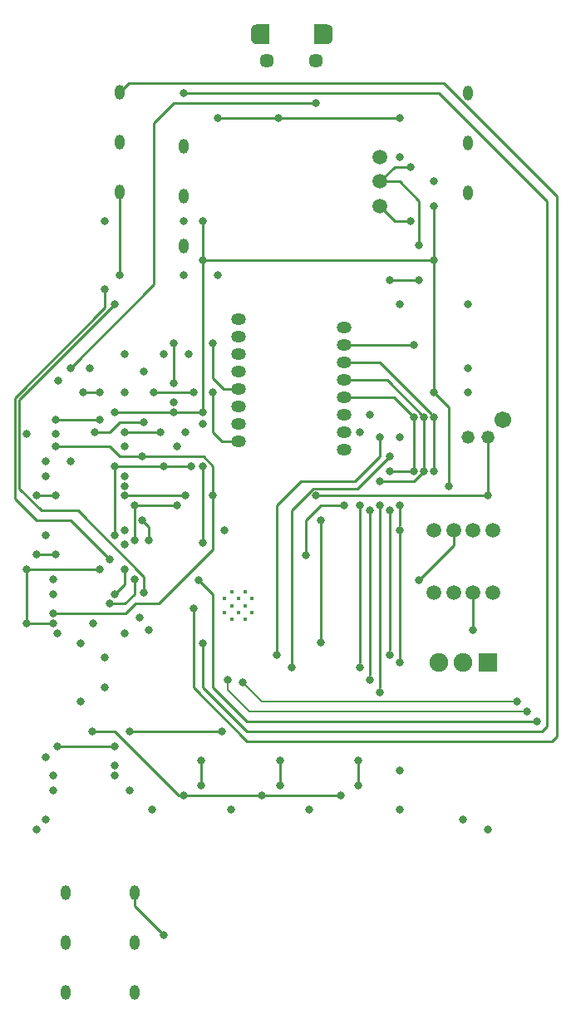
<source format=gbr>
%TF.GenerationSoftware,KiCad,Pcbnew,7.0.7*%
%TF.CreationDate,2023-11-24T19:36:33-07:00*%
%TF.ProjectId,mouse,6d6f7573-652e-46b6-9963-61645f706362,rev?*%
%TF.SameCoordinates,Original*%
%TF.FileFunction,Copper,L2,Bot*%
%TF.FilePolarity,Positive*%
%FSLAX46Y46*%
G04 Gerber Fmt 4.6, Leading zero omitted, Abs format (unit mm)*
G04 Created by KiCad (PCBNEW 7.0.7) date 2023-11-24 19:36:33*
%MOMM*%
%LPD*%
G01*
G04 APERTURE LIST*
%TA.AperFunction,EtchedComponent*%
%ADD10C,0.010000*%
%TD*%
%TA.AperFunction,ComponentPad*%
%ADD11O,1.200000X1.900000*%
%TD*%
%TA.AperFunction,ComponentPad*%
%ADD12C,1.450000*%
%TD*%
%TA.AperFunction,ComponentPad*%
%ADD13C,1.500000*%
%TD*%
%TA.AperFunction,ComponentPad*%
%ADD14O,1.000000X1.500000*%
%TD*%
%TA.AperFunction,ComponentPad*%
%ADD15O,1.500000X1.200000*%
%TD*%
%TA.AperFunction,ComponentPad*%
%ADD16C,0.400000*%
%TD*%
%TA.AperFunction,ComponentPad*%
%ADD17C,1.320800*%
%TD*%
%TA.AperFunction,ComponentPad*%
%ADD18C,1.701800*%
%TD*%
%TA.AperFunction,ComponentPad*%
%ADD19R,1.900000X1.900000*%
%TD*%
%TA.AperFunction,ComponentPad*%
%ADD20C,1.900000*%
%TD*%
%TA.AperFunction,ViaPad*%
%ADD21C,0.800000*%
%TD*%
%TA.AperFunction,Conductor*%
%ADD22C,0.250000*%
%TD*%
%TA.AperFunction,Conductor*%
%ADD23C,0.200000*%
%TD*%
G04 APERTURE END LIST*
%TO.C,J5*%
D10*
X79826000Y-20951000D02*
X79852000Y-20953000D01*
X79878000Y-20956000D01*
X79904000Y-20961000D01*
X79929000Y-20967000D01*
X79955000Y-20974000D01*
X79979000Y-20983000D01*
X80003000Y-20993000D01*
X80027000Y-21004000D01*
X80050000Y-21017000D01*
X80072000Y-21031000D01*
X80094000Y-21045000D01*
X80115000Y-21061000D01*
X80135000Y-21078000D01*
X80154000Y-21096000D01*
X80172000Y-21115000D01*
X80189000Y-21135000D01*
X80205000Y-21156000D01*
X80219000Y-21178000D01*
X80233000Y-21200000D01*
X80246000Y-21223000D01*
X80257000Y-21247000D01*
X80267000Y-21271000D01*
X80276000Y-21295000D01*
X80283000Y-21321000D01*
X80289000Y-21346000D01*
X80294000Y-21372000D01*
X80297000Y-21398000D01*
X80299000Y-21424000D01*
X80300000Y-21450000D01*
X80300000Y-22350000D01*
X80299000Y-22376000D01*
X80297000Y-22402000D01*
X80294000Y-22428000D01*
X80289000Y-22454000D01*
X80283000Y-22479000D01*
X80276000Y-22505000D01*
X80267000Y-22529000D01*
X80257000Y-22553000D01*
X80246000Y-22577000D01*
X80233000Y-22600000D01*
X80219000Y-22622000D01*
X80205000Y-22644000D01*
X80189000Y-22665000D01*
X80172000Y-22685000D01*
X80154000Y-22704000D01*
X80135000Y-22722000D01*
X80115000Y-22739000D01*
X80094000Y-22755000D01*
X80072000Y-22769000D01*
X80050000Y-22783000D01*
X80027000Y-22796000D01*
X80003000Y-22807000D01*
X79979000Y-22817000D01*
X79955000Y-22826000D01*
X79929000Y-22833000D01*
X79904000Y-22839000D01*
X79878000Y-22844000D01*
X79852000Y-22847000D01*
X79826000Y-22849000D01*
X79800000Y-22850000D01*
X78500000Y-22850000D01*
X78500000Y-20950000D01*
X79800000Y-20950000D01*
X79826000Y-20951000D01*
%TA.AperFunction,EtchedComponent*%
G36*
X79826000Y-20951000D02*
G01*
X79852000Y-20953000D01*
X79878000Y-20956000D01*
X79904000Y-20961000D01*
X79929000Y-20967000D01*
X79955000Y-20974000D01*
X79979000Y-20983000D01*
X80003000Y-20993000D01*
X80027000Y-21004000D01*
X80050000Y-21017000D01*
X80072000Y-21031000D01*
X80094000Y-21045000D01*
X80115000Y-21061000D01*
X80135000Y-21078000D01*
X80154000Y-21096000D01*
X80172000Y-21115000D01*
X80189000Y-21135000D01*
X80205000Y-21156000D01*
X80219000Y-21178000D01*
X80233000Y-21200000D01*
X80246000Y-21223000D01*
X80257000Y-21247000D01*
X80267000Y-21271000D01*
X80276000Y-21295000D01*
X80283000Y-21321000D01*
X80289000Y-21346000D01*
X80294000Y-21372000D01*
X80297000Y-21398000D01*
X80299000Y-21424000D01*
X80300000Y-21450000D01*
X80300000Y-22350000D01*
X80299000Y-22376000D01*
X80297000Y-22402000D01*
X80294000Y-22428000D01*
X80289000Y-22454000D01*
X80283000Y-22479000D01*
X80276000Y-22505000D01*
X80267000Y-22529000D01*
X80257000Y-22553000D01*
X80246000Y-22577000D01*
X80233000Y-22600000D01*
X80219000Y-22622000D01*
X80205000Y-22644000D01*
X80189000Y-22665000D01*
X80172000Y-22685000D01*
X80154000Y-22704000D01*
X80135000Y-22722000D01*
X80115000Y-22739000D01*
X80094000Y-22755000D01*
X80072000Y-22769000D01*
X80050000Y-22783000D01*
X80027000Y-22796000D01*
X80003000Y-22807000D01*
X79979000Y-22817000D01*
X79955000Y-22826000D01*
X79929000Y-22833000D01*
X79904000Y-22839000D01*
X79878000Y-22844000D01*
X79852000Y-22847000D01*
X79826000Y-22849000D01*
X79800000Y-22850000D01*
X78500000Y-22850000D01*
X78500000Y-20950000D01*
X79800000Y-20950000D01*
X79826000Y-20951000D01*
G37*
%TD.AperFunction*%
X73900000Y-22850000D02*
X72600000Y-22850000D01*
X72574000Y-22849000D01*
X72548000Y-22847000D01*
X72522000Y-22844000D01*
X72496000Y-22839000D01*
X72471000Y-22833000D01*
X72445000Y-22826000D01*
X72421000Y-22817000D01*
X72397000Y-22807000D01*
X72373000Y-22796000D01*
X72350000Y-22783000D01*
X72328000Y-22769000D01*
X72306000Y-22755000D01*
X72285000Y-22739000D01*
X72265000Y-22722000D01*
X72246000Y-22704000D01*
X72228000Y-22685000D01*
X72211000Y-22665000D01*
X72195000Y-22644000D01*
X72181000Y-22622000D01*
X72167000Y-22600000D01*
X72154000Y-22577000D01*
X72143000Y-22553000D01*
X72133000Y-22529000D01*
X72124000Y-22505000D01*
X72117000Y-22479000D01*
X72111000Y-22454000D01*
X72106000Y-22428000D01*
X72103000Y-22402000D01*
X72101000Y-22376000D01*
X72100000Y-22350000D01*
X72100000Y-21450000D01*
X72101000Y-21424000D01*
X72103000Y-21398000D01*
X72106000Y-21372000D01*
X72111000Y-21346000D01*
X72117000Y-21321000D01*
X72124000Y-21295000D01*
X72133000Y-21271000D01*
X72143000Y-21247000D01*
X72154000Y-21223000D01*
X72167000Y-21200000D01*
X72181000Y-21178000D01*
X72195000Y-21156000D01*
X72211000Y-21135000D01*
X72228000Y-21115000D01*
X72246000Y-21096000D01*
X72265000Y-21078000D01*
X72285000Y-21061000D01*
X72306000Y-21045000D01*
X72328000Y-21031000D01*
X72350000Y-21017000D01*
X72373000Y-21004000D01*
X72397000Y-20993000D01*
X72421000Y-20983000D01*
X72445000Y-20974000D01*
X72471000Y-20967000D01*
X72496000Y-20961000D01*
X72522000Y-20956000D01*
X72548000Y-20953000D01*
X72574000Y-20951000D01*
X72600000Y-20950000D01*
X73900000Y-20950000D01*
X73900000Y-22850000D01*
%TA.AperFunction,EtchedComponent*%
G36*
X73900000Y-22850000D02*
G01*
X72600000Y-22850000D01*
X72574000Y-22849000D01*
X72548000Y-22847000D01*
X72522000Y-22844000D01*
X72496000Y-22839000D01*
X72471000Y-22833000D01*
X72445000Y-22826000D01*
X72421000Y-22817000D01*
X72397000Y-22807000D01*
X72373000Y-22796000D01*
X72350000Y-22783000D01*
X72328000Y-22769000D01*
X72306000Y-22755000D01*
X72285000Y-22739000D01*
X72265000Y-22722000D01*
X72246000Y-22704000D01*
X72228000Y-22685000D01*
X72211000Y-22665000D01*
X72195000Y-22644000D01*
X72181000Y-22622000D01*
X72167000Y-22600000D01*
X72154000Y-22577000D01*
X72143000Y-22553000D01*
X72133000Y-22529000D01*
X72124000Y-22505000D01*
X72117000Y-22479000D01*
X72111000Y-22454000D01*
X72106000Y-22428000D01*
X72103000Y-22402000D01*
X72101000Y-22376000D01*
X72100000Y-22350000D01*
X72100000Y-21450000D01*
X72101000Y-21424000D01*
X72103000Y-21398000D01*
X72106000Y-21372000D01*
X72111000Y-21346000D01*
X72117000Y-21321000D01*
X72124000Y-21295000D01*
X72133000Y-21271000D01*
X72143000Y-21247000D01*
X72154000Y-21223000D01*
X72167000Y-21200000D01*
X72181000Y-21178000D01*
X72195000Y-21156000D01*
X72211000Y-21135000D01*
X72228000Y-21115000D01*
X72246000Y-21096000D01*
X72265000Y-21078000D01*
X72285000Y-21061000D01*
X72306000Y-21045000D01*
X72328000Y-21031000D01*
X72350000Y-21017000D01*
X72373000Y-21004000D01*
X72397000Y-20993000D01*
X72421000Y-20983000D01*
X72445000Y-20974000D01*
X72471000Y-20967000D01*
X72496000Y-20961000D01*
X72522000Y-20956000D01*
X72548000Y-20953000D01*
X72574000Y-20951000D01*
X72600000Y-20950000D01*
X73900000Y-20950000D01*
X73900000Y-22850000D01*
G37*
%TD.AperFunction*%
%TD*%
D11*
%TO.P,J5,SH6,SHIELD6*%
%TO.N,unconnected-(J5-SHIELD6-PadSH6)*%
X72700000Y-21900000D03*
%TO.P,J5,SH3,SHIELD3*%
%TO.N,unconnected-(J5-SHIELD3-PadSH3)*%
X79700000Y-21900000D03*
D12*
%TO.P,J5,SH2,SHIELD2*%
%TO.N,GND*%
X73700000Y-24600000D03*
%TO.P,J5,SH1,SHIELD1*%
X78700000Y-24600000D03*
%TD*%
D13*
%TO.P,J3,1*%
%TO.N,TMS*%
X90700000Y-78780000D03*
%TO.P,J3,2*%
%TO.N,TDI*%
X92700000Y-78780000D03*
%TO.P,J3,3*%
%TO.N,TCK*%
X94700000Y-78780000D03*
%TO.P,J3,4*%
%TO.N,TDO*%
X96700000Y-78780000D03*
%TD*%
D14*
%TO.P,MMB1,1,COM*%
%TO.N,SCROLL_CLICK*%
X65200000Y-33370000D03*
%TO.P,MMB1,2,NO*%
%TO.N,PWR_3.3V*%
X65200000Y-38450000D03*
%TO.P,MMB1,3,NC*%
%TO.N,GND*%
X65200000Y-43530000D03*
%TD*%
D13*
%TO.P,ENC1,1,A*%
%TO.N,SCROLL_UP*%
X85200000Y-39450000D03*
%TO.P,ENC1,2,B*%
%TO.N,SCROLL_DOWN*%
X85200000Y-36950000D03*
%TO.P,ENC1,3,COM*%
%TO.N,GND*%
X85200000Y-34450000D03*
%TD*%
D14*
%TO.P,LMB1,1,COM*%
%TO.N,SW1_COM*%
X58700000Y-27870000D03*
%TO.P,LMB1,2,NO*%
%TO.N,PWR_3.3V*%
X58700000Y-32950000D03*
%TO.P,LMB1,3,NC*%
%TO.N,GND*%
X58700000Y-38030000D03*
%TD*%
%TO.P,RMB1,1,COM*%
%TO.N,SW2_COM*%
X94200000Y-27940000D03*
%TO.P,RMB1,2,NO*%
%TO.N,PWR_3.3V*%
X94200000Y-33020000D03*
%TO.P,RMB1,3,NC*%
%TO.N,GND*%
X94200000Y-38100000D03*
%TD*%
D13*
%TO.P,J1,1*%
%TO.N,GND*%
X90700000Y-72430000D03*
%TO.P,J1,2*%
%TO.N,RXD0*%
X92700000Y-72430000D03*
%TO.P,J1,3*%
%TO.N,TXD0*%
X94700000Y-72430000D03*
%TO.P,J1,4*%
%TO.N,PWR_3.3V*%
X96700000Y-72430000D03*
%TD*%
D15*
%TO.P,PAW1,1,NC1*%
%TO.N,unconnected-(PAW1-NC1-Pad1)*%
X70850000Y-50950000D03*
%TO.P,PAW1,2,NC2*%
%TO.N,unconnected-(PAW1-NC2-Pad2)*%
X70850000Y-52730000D03*
%TO.P,PAW1,3,GND*%
%TO.N,GND*%
X70850000Y-54510000D03*
%TO.P,PAW1,4,VDD*%
%TO.N,PWR_1.9V*%
X70850000Y-56290000D03*
%TO.P,PAW1,5,VDDREG*%
%TO.N,VDDREG*%
X70850000Y-58070000D03*
%TO.P,PAW1,6,NC6*%
%TO.N,unconnected-(PAW1-NC6-Pad6)*%
X70850000Y-59850000D03*
%TO.P,PAW1,7,VDDIO*%
%TO.N,PWR_3.3V*%
X70850000Y-61630000D03*
%TO.P,PAW1,8,GNDIO*%
%TO.N,GND1*%
X70850000Y-63410000D03*
%TO.P,PAW1,9,MOTION*%
%TO.N,MOTION*%
X81550000Y-64300000D03*
%TO.P,PAW1,10,SCLK*%
%TO.N,SCLK*%
X81550000Y-62520000D03*
%TO.P,PAW1,11,MOSI*%
%TO.N,MOSI*%
X81550000Y-60740000D03*
%TO.P,PAW1,12,MISO*%
%TO.N,MISO*%
X81550000Y-58960000D03*
%TO.P,PAW1,13,NCS*%
%TO.N,NCS*%
X81550000Y-57180000D03*
%TO.P,PAW1,14,NRESET*%
%TO.N,NRESET*%
X81550000Y-55400000D03*
%TO.P,PAW1,15,LED_P*%
%TO.N,LED_P*%
X81550000Y-53620000D03*
%TO.P,PAW1,16,NC16*%
%TO.N,unconnected-(PAW1-NC16-Pad16)*%
X81550000Y-51840000D03*
%TD*%
D14*
%TO.P,SMB5,1,COM*%
%TO.N,SW4_COM_OFF*%
X53200000Y-109370000D03*
%TO.P,SMB5,2,NO*%
%TO.N,PWR_3.3V_OFF*%
X53200000Y-114450000D03*
%TO.P,SMB5,3,NC*%
%TO.N,GND_OFF*%
X53200000Y-119530000D03*
%TD*%
%TO.P,SMB4,3,NC*%
%TO.N,GND_OFF*%
X60200000Y-119530000D03*
%TO.P,SMB4,2,NO*%
%TO.N,PWR_3.3V_OFF*%
X60200000Y-114450000D03*
%TO.P,SMB4,1,COM*%
%TO.N,SW3_COM_OFF*%
X60200000Y-109370000D03*
%TD*%
D16*
%TO.P,ESP1,41_10*%
%TO.N,N/C*%
X70100000Y-78750000D03*
%TO.P,ESP1,41_11*%
X71500000Y-78750000D03*
%TO.P,ESP1,41_12*%
X69400000Y-79450000D03*
%TO.P,ESP1,41_13*%
X70800000Y-79450000D03*
%TO.P,ESP1,41_14*%
X72200000Y-79450000D03*
%TO.P,ESP1,41_15*%
X70100000Y-80150000D03*
%TO.P,ESP1,41_16*%
X71500000Y-80150000D03*
%TO.P,ESP1,41_17*%
X69400000Y-80850000D03*
%TO.P,ESP1,41_18*%
X70800000Y-80850000D03*
%TO.P,ESP1,41_19*%
X72200000Y-80850000D03*
%TO.P,ESP1,41_20*%
X70100000Y-81550000D03*
%TO.P,ESP1,41_21*%
X71500000Y-81550000D03*
%TD*%
D17*
%TO.P,J2,1,1*%
%TO.N,+BATT*%
X96200002Y-62950000D03*
%TO.P,J2,2,2*%
%TO.N,GND*%
X94200000Y-62950000D03*
D18*
%TO.P,J2,3*%
%TO.N,N/C*%
X97700001Y-61250000D03*
%TD*%
D19*
%TO.P,S4,1*%
%TO.N,PWR_EN*%
X96200000Y-85950000D03*
D20*
%TO.P,S4,2*%
%TO.N,PWR_OUT*%
X93700000Y-85950000D03*
%TO.P,S4,3*%
%TO.N,GND*%
X91200000Y-85950000D03*
%TD*%
D21*
%TO.N,SW3_COM_OFF*%
X63200000Y-113700001D03*
%TO.N,SW4_COM*%
X57700000Y-75450000D03*
X57200000Y-47950000D03*
%TO.N,SW3_COM*%
X58200000Y-49450000D03*
%TO.N,GND*%
X59200000Y-76450000D03*
%TO.N,SW3_COM*%
X61200000Y-78780000D03*
%TO.N,VBUS*%
X55995400Y-81950000D03*
%TO.N,+BATT*%
X78700000Y-68950000D03*
%TO.N,SCROLL_DOWN*%
X89200000Y-46950000D03*
X86200000Y-46950000D03*
X89200000Y-43450000D03*
X76200000Y-86400000D03*
%TO.N,SCROLL_UP*%
X74700000Y-85130000D03*
%TO.N,SCROLL_DOWN*%
X86200000Y-64950000D03*
%TO.N,SCROLL_UP*%
X88380000Y-40950000D03*
%TO.N,SCROLL_DOWN*%
X88380000Y-35450000D03*
%TO.N,SCROLL_UP*%
X85200000Y-62950000D03*
%TO.N,GND*%
X87200000Y-69950000D03*
%TO.N,SW1_COM*%
X66200000Y-80450000D03*
%TO.N,SCROLL_CLICK*%
X67200000Y-83950000D03*
X65200000Y-27950000D03*
%TO.N,SW2_COM*%
X66760000Y-77510000D03*
X101200000Y-91950000D03*
%TO.N,USB_D-*%
X69700000Y-87670000D03*
X100200000Y-90950000D03*
%TO.N,USB_D+*%
X71200000Y-87950000D03*
X99200000Y-89950000D03*
%TO.N,PWR_1.9V*%
X61200000Y-61450000D03*
X61200000Y-56290000D03*
X56200000Y-62450000D03*
%TO.N,VDDREG*%
X64200000Y-53450000D03*
X68200000Y-53450000D03*
X64200000Y-57450000D03*
%TO.N,GND1*%
X62200000Y-58450000D03*
X68200000Y-58450000D03*
X66200000Y-58450000D03*
%TO.N,+BATT*%
X51924500Y-80900001D03*
X68200000Y-68950000D03*
X96200000Y-68950000D03*
X61020000Y-64950000D03*
X52200000Y-63950000D03*
%TO.N,VBUS*%
X49200000Y-62690001D03*
X52200000Y-62690001D03*
X56700000Y-76450000D03*
X51924500Y-81950000D03*
X49200000Y-76450000D03*
X52450000Y-57200000D03*
X53700000Y-55950000D03*
X49200000Y-81950000D03*
X78700000Y-28950000D03*
X55700000Y-55950000D03*
%TO.N,Net-(C12-Pad2)*%
X57200000Y-85450000D03*
X54700000Y-83950000D03*
%TO.N,Net-(C13-Pad2)*%
X54700000Y-89950000D03*
X57200000Y-88450000D03*
%TO.N,EN*%
X61700000Y-73450000D03*
X61020000Y-71450000D03*
%TO.N,Net-(D6-A)*%
X67020000Y-98450000D03*
X67020000Y-95950000D03*
%TO.N,Net-(D7-A)*%
X75020000Y-95950000D03*
X75020000Y-98450000D03*
%TO.N,Net-(D8-A)*%
X83020000Y-95950000D03*
X83020000Y-98450000D03*
%TO.N,Net-(CHGR1-STAT)*%
X51924500Y-78999999D03*
X51924500Y-77450000D03*
%TO.N,Net-(CHGR1-VSS)*%
X64550500Y-63950000D03*
X64550500Y-69950000D03*
X60200000Y-73450000D03*
X60200000Y-77450000D03*
X60200000Y-69950000D03*
X57700000Y-79950000D03*
%TO.N,XTAL1*%
X60700000Y-81320000D03*
%TO.N,XTAL2*%
X61700000Y-82590000D03*
%TO.N,PWR_5V_EN*%
X51924500Y-98950000D03*
X59700000Y-98950000D03*
X69125000Y-92950000D03*
X51924500Y-97450000D03*
X59712299Y-92950000D03*
%TO.N,NCS*%
X89700000Y-66450000D03*
X89700000Y-60950000D03*
X85200000Y-88950000D03*
X85200000Y-69950000D03*
X85200000Y-67450000D03*
%TO.N,MOSI*%
X84200000Y-87670000D03*
X84200000Y-70450000D03*
X84200000Y-60740000D03*
%TO.N,SCLK*%
X83200000Y-86400000D03*
X83200000Y-62520000D03*
X83200000Y-69950000D03*
%TO.N,MISO*%
X88687701Y-60962299D03*
X88687701Y-66437701D03*
X86200000Y-85130000D03*
X86200000Y-66450000D03*
X86200000Y-70450000D03*
%TO.N,NRESET*%
X79200000Y-71450000D03*
X79200000Y-83860000D03*
X90700000Y-66450000D03*
X90700000Y-60950000D03*
%TO.N,TCK*%
X94700000Y-82590000D03*
%TO.N,RXD0*%
X89200000Y-77510000D03*
%TO.N,MOTION*%
X77700000Y-74970000D03*
X81550000Y-69950000D03*
%TO.N,LED_P*%
X88700000Y-53620000D03*
%TO.N,PWR_OUT*%
X51200000Y-66999999D03*
X51200000Y-95549998D03*
X51200000Y-101950000D03*
X93700000Y-101950000D03*
X51200000Y-73000000D03*
X53700000Y-65450000D03*
X51200000Y-65450000D03*
%TO.N,Net-(PWRSW1-PR1)*%
X52200000Y-61209999D03*
X56700000Y-61209999D03*
%TO.N,PWR_EN*%
X96200000Y-102950000D03*
X52200000Y-68900001D03*
X50200000Y-74900000D03*
X50200000Y-102950000D03*
X52200000Y-74900000D03*
X50200000Y-68900001D03*
%TO.N,GND*%
X78020000Y-100950000D03*
X52380000Y-94450000D03*
X87200000Y-34450000D03*
X70020000Y-100950000D03*
X68700000Y-30450000D03*
X59200000Y-66950000D03*
X69400000Y-72430000D03*
X58700000Y-46450000D03*
X59200000Y-72450000D03*
X59200000Y-73950000D03*
X74900000Y-30450000D03*
X52380000Y-82950000D03*
X87200000Y-100950000D03*
X58200000Y-78999999D03*
X59200000Y-82950000D03*
X94200000Y-58450000D03*
X62880000Y-62450000D03*
X87200000Y-49450000D03*
X56700000Y-58450000D03*
X68700000Y-46450000D03*
X58200000Y-94450000D03*
X59200000Y-62450000D03*
X94200000Y-49450000D03*
X59200000Y-58450000D03*
X65700000Y-54510000D03*
X65380000Y-62450000D03*
X62020000Y-100950000D03*
X87200000Y-85950000D03*
X87200000Y-62950000D03*
X87200000Y-96950000D03*
X87200000Y-30450000D03*
X54950001Y-58450000D03*
X65380000Y-68900001D03*
X59200000Y-63950000D03*
X59200000Y-54510000D03*
X63200000Y-54510000D03*
X87200000Y-72430000D03*
X65200000Y-46450000D03*
X59200000Y-67950000D03*
X94200000Y-55950000D03*
X58200000Y-97450000D03*
X58200000Y-96450000D03*
X59200000Y-68900001D03*
%TO.N,PWR_3.3V*%
X90700000Y-36950000D03*
X64200000Y-59450000D03*
X58200000Y-60450000D03*
X58200000Y-65950000D03*
X90700000Y-39450000D03*
X64200000Y-60450000D03*
X67200000Y-61630000D03*
X67200000Y-60450000D03*
X92200000Y-67950000D03*
X67200000Y-73700000D03*
X58200000Y-73000000D03*
X57200000Y-40950000D03*
X63200000Y-65950000D03*
X67200000Y-65950000D03*
X90700000Y-58450000D03*
X67200000Y-44950000D03*
X65200000Y-40950000D03*
X66020000Y-65950000D03*
X90700000Y-44950000D03*
X67200000Y-40950000D03*
%TO.N,PWR_5V*%
X81200000Y-99450000D03*
X73200000Y-99450000D03*
X55930500Y-92950000D03*
X65200000Y-99450000D03*
%TD*%
D22*
%TO.N,SW1_COM*%
X91700000Y-26950000D02*
X59620000Y-26950000D01*
X103200000Y-38450000D02*
X91700000Y-26950000D01*
X103200000Y-93450000D02*
X103200000Y-38450000D01*
X59620000Y-26950000D02*
X58700000Y-27870000D01*
X66200000Y-88450000D02*
X71700000Y-93950000D01*
X102700000Y-93950000D02*
X103200000Y-93450000D01*
X66200000Y-80450000D02*
X66200000Y-88450000D01*
X71700000Y-93950000D02*
X102700000Y-93950000D01*
%TO.N,SW3_COM_OFF*%
X60200000Y-110700001D02*
X60200000Y-109370000D01*
X63200000Y-113700001D02*
X60200000Y-110700001D01*
%TO.N,SW3_COM*%
X61200000Y-77187348D02*
X61200000Y-78780000D01*
X54462652Y-70450000D02*
X61200000Y-77187348D01*
X50724694Y-70450000D02*
X54462652Y-70450000D01*
X48475000Y-68200306D02*
X50724694Y-70450000D01*
X48475000Y-59175000D02*
X48475000Y-68200306D01*
X58200000Y-49450000D02*
X48475000Y-59175000D01*
%TO.N,SW4_COM*%
X57200000Y-49813604D02*
X57200000Y-47950000D01*
X48025000Y-58988604D02*
X57200000Y-49813604D01*
X48025000Y-69275000D02*
X48025000Y-58988604D01*
X50200000Y-71450000D02*
X48025000Y-69275000D01*
X57700000Y-75450000D02*
X53700000Y-71450000D01*
X53700000Y-71450000D02*
X50200000Y-71450000D01*
%TO.N,GND*%
X58200000Y-78999999D02*
X59200000Y-77999999D01*
X59200000Y-77999999D02*
X59200000Y-76450000D01*
%TO.N,Net-(CHGR1-VSS)*%
X59225305Y-79950000D02*
X57700000Y-79950000D01*
X60200000Y-77450000D02*
X60200000Y-78975305D01*
X60200000Y-78975305D02*
X59225305Y-79950000D01*
%TO.N,+BATT*%
X51974499Y-80950000D02*
X51924500Y-80900001D01*
X62700000Y-79950000D02*
X60304695Y-79950000D01*
X68200000Y-74450000D02*
X62700000Y-79950000D01*
X68200000Y-65924695D02*
X68200000Y-74450000D01*
X60304695Y-79950000D02*
X59304695Y-80950000D01*
X59304695Y-80950000D02*
X51974499Y-80950000D01*
X67225305Y-64950000D02*
X68200000Y-65924695D01*
X61020000Y-64950000D02*
X67225305Y-64950000D01*
%TO.N,VBUS*%
X51924500Y-81950000D02*
X49200000Y-81950000D01*
%TO.N,SW2_COM*%
X71700000Y-91950000D02*
X101200000Y-91950000D01*
X68200000Y-88450000D02*
X71700000Y-91950000D01*
X68200000Y-78950000D02*
X68200000Y-88450000D01*
X66760000Y-77510000D02*
X68200000Y-78950000D01*
%TO.N,SCROLL_CLICK*%
X102200000Y-38950000D02*
X91200000Y-27950000D01*
X91200000Y-27950000D02*
X65200000Y-27950000D01*
X102200000Y-92462653D02*
X102200000Y-38950000D01*
X71700000Y-92950000D02*
X101712653Y-92950000D01*
X101712653Y-92950000D02*
X102200000Y-92462653D01*
X67200000Y-88450000D02*
X71700000Y-92950000D01*
X67200000Y-83950000D02*
X67200000Y-88450000D01*
%TO.N,EN*%
X61700000Y-72130000D02*
X61020000Y-71450000D01*
X61700000Y-73450000D02*
X61700000Y-72130000D01*
D23*
%TO.N,USB_D-*%
X71950000Y-90950000D02*
X100200000Y-90950000D01*
X69700000Y-88700000D02*
X71950000Y-90950000D01*
X69700000Y-87670000D02*
X69700000Y-88700000D01*
%TO.N,USB_D+*%
X73200000Y-89950000D02*
X99200000Y-89950000D01*
X71200000Y-87950000D02*
X73200000Y-89950000D01*
D22*
%TO.N,SCROLL_DOWN*%
X78399695Y-68225000D02*
X82925000Y-68225000D01*
X76200000Y-86450000D02*
X76200000Y-70424695D01*
X82925000Y-68225000D02*
X86200000Y-64950000D01*
X76200000Y-70424695D02*
X78399695Y-68225000D01*
%TO.N,SCROLL_UP*%
X82700000Y-67450000D02*
X85200000Y-64950000D01*
X74700000Y-84950000D02*
X74700000Y-69950000D01*
X85200000Y-64950000D02*
X85200000Y-62950000D01*
X74700000Y-69950000D02*
X77200000Y-67450000D01*
X77200000Y-67450000D02*
X82700000Y-67450000D01*
%TO.N,+BATT*%
X96200000Y-68950000D02*
X78700000Y-68950000D01*
%TO.N,MOSI*%
X84200000Y-87170000D02*
X84200000Y-70450000D01*
%TO.N,MISO*%
X86200000Y-84630000D02*
X86200000Y-70450000D01*
%TO.N,+BATT*%
X96200000Y-68950000D02*
X96200002Y-68949998D01*
X96200000Y-67950000D02*
X96200000Y-68950000D01*
X96200002Y-68949998D02*
X96200002Y-62950000D01*
%TO.N,SCROLL_DOWN*%
X89200000Y-46950000D02*
X86200000Y-46950000D01*
X89200000Y-38950000D02*
X89200000Y-43450000D01*
X87200000Y-36950000D02*
X89200000Y-38950000D01*
X85200000Y-36950000D02*
X87200000Y-36950000D01*
%TO.N,SCROLL_UP*%
X86700000Y-40950000D02*
X88200000Y-40950000D01*
X85200000Y-39450000D02*
X86700000Y-40950000D01*
%TO.N,SCROLL_DOWN*%
X86700000Y-35450000D02*
X88200000Y-35450000D01*
X85200000Y-36950000D02*
X86700000Y-35450000D01*
%TO.N,GND*%
X87200000Y-69950000D02*
X87200000Y-71930000D01*
%TO.N,PWR_5V_EN*%
X59712299Y-92950000D02*
X69125000Y-92950000D01*
%TO.N,PWR_5V*%
X64700000Y-99450000D02*
X65200000Y-99450000D01*
X58200000Y-92950000D02*
X64700000Y-99450000D01*
X55930500Y-92950000D02*
X58200000Y-92950000D01*
%TO.N,VBUS*%
X62200000Y-47450000D02*
X53700000Y-55950000D01*
X62200000Y-30950000D02*
X62200000Y-47450000D01*
X64200000Y-28950000D02*
X62200000Y-30950000D01*
X78700000Y-28950000D02*
X64200000Y-28950000D01*
%TO.N,PWR_1.9V*%
X57700000Y-62450000D02*
X58700000Y-61450000D01*
X58700000Y-61450000D02*
X61200000Y-61450000D01*
X56200000Y-62450000D02*
X57700000Y-62450000D01*
%TO.N,VDDREG*%
X64200000Y-57450000D02*
X64200000Y-53450000D01*
X68200000Y-53450000D02*
X68200000Y-56950000D01*
X68200000Y-56950000D02*
X69320000Y-58070000D01*
X69320000Y-58070000D02*
X70850000Y-58070000D01*
%TO.N,GND1*%
X69160000Y-63410000D02*
X70850000Y-63410000D01*
X68200000Y-62450000D02*
X69160000Y-63410000D01*
X62200000Y-58450000D02*
X66200000Y-58450000D01*
X68200000Y-58450000D02*
X68200000Y-62450000D01*
%TO.N,+BATT*%
X57700000Y-63950000D02*
X52200000Y-63950000D01*
X61020000Y-64950000D02*
X58700000Y-64950000D01*
X58700000Y-64950000D02*
X57700000Y-63950000D01*
%TO.N,VBUS*%
X49200000Y-81950000D02*
X49200000Y-76450000D01*
X56700000Y-76450000D02*
X49200000Y-76450000D01*
%TO.N,Net-(D6-A)*%
X67020000Y-98450000D02*
X67020000Y-95950000D01*
%TO.N,Net-(D7-A)*%
X75020000Y-95950000D02*
X75020000Y-98450000D01*
%TO.N,Net-(D8-A)*%
X83020000Y-98450000D02*
X83020000Y-95950000D01*
%TO.N,Net-(CHGR1-VSS)*%
X60200000Y-69950000D02*
X60200000Y-73450000D01*
X60200000Y-69950000D02*
X64550500Y-69950000D01*
%TO.N,NCS*%
X81550000Y-57180000D02*
X85930000Y-57180000D01*
X85200000Y-69950000D02*
X85200000Y-88450000D01*
X89700000Y-66450000D02*
X88700000Y-67450000D01*
X88700000Y-67450000D02*
X85200000Y-67450000D01*
X85930000Y-57180000D02*
X89700000Y-60950000D01*
X89700000Y-60950000D02*
X89700000Y-66450000D01*
%TO.N,MOSI*%
X84218245Y-87413510D02*
X84200000Y-87431755D01*
%TO.N,SCLK*%
X83200000Y-85900000D02*
X83200000Y-69950000D01*
%TO.N,MISO*%
X86685402Y-58960000D02*
X81550000Y-58960000D01*
X88675402Y-66450000D02*
X86200000Y-66450000D01*
X88687701Y-66437701D02*
X88675402Y-66450000D01*
X88687701Y-60962299D02*
X88700000Y-60974598D01*
X88700000Y-66425402D02*
X88687701Y-66437701D01*
X88700000Y-60974598D02*
X88700000Y-66425402D01*
X88687701Y-60962299D02*
X86685402Y-58960000D01*
%TO.N,NRESET*%
X90700000Y-60950000D02*
X90425000Y-60675000D01*
X79200000Y-71450000D02*
X79200000Y-83860000D01*
X90700000Y-66475305D02*
X90700000Y-66450000D01*
X90425000Y-60649695D02*
X85175305Y-55400000D01*
X90700000Y-66450000D02*
X90700000Y-60950000D01*
X90425000Y-60675000D02*
X90425000Y-60649695D01*
X85175305Y-55400000D02*
X81550000Y-55400000D01*
%TO.N,TCK*%
X94700000Y-82590000D02*
X94700000Y-78780000D01*
%TO.N,RXD0*%
X92700000Y-72430000D02*
X92700000Y-74010000D01*
X92700000Y-74010000D02*
X89200000Y-77510000D01*
%TO.N,MOTION*%
X77700000Y-71437347D02*
X77700000Y-74970000D01*
X81550000Y-69950000D02*
X79187347Y-69950000D01*
X79187347Y-69950000D02*
X77700000Y-71437347D01*
%TO.N,LED_P*%
X88700000Y-53620000D02*
X81550000Y-53620000D01*
%TO.N,Net-(PWRSW1-PR1)*%
X56700000Y-61209999D02*
X52200000Y-61209999D01*
%TO.N,PWR_EN*%
X50200000Y-68900001D02*
X52200000Y-68900001D01*
X50200000Y-74900000D02*
X52200000Y-74900000D01*
%TO.N,GND*%
X87200000Y-30450000D02*
X74900000Y-30450000D01*
X68700000Y-30450000D02*
X74900000Y-30450000D01*
X59200000Y-68900001D02*
X65380000Y-68900001D01*
X56700000Y-58450000D02*
X54950001Y-58450000D01*
X59200000Y-62450000D02*
X62880000Y-62450000D01*
X58700000Y-38030000D02*
X58700000Y-46450000D01*
X52380000Y-94450000D02*
X58200000Y-94450000D01*
X87200000Y-72430000D02*
X87200000Y-85950000D01*
%TO.N,PWR_3.3V*%
X66020000Y-65950000D02*
X63200000Y-65950000D01*
X90700000Y-48450000D02*
X90700000Y-58450000D01*
X92200000Y-67950000D02*
X92200000Y-59950000D01*
X58200000Y-60450000D02*
X64200000Y-60450000D01*
X67200000Y-60450000D02*
X67200000Y-44950000D01*
X90700000Y-44950000D02*
X67200000Y-44950000D01*
X92200000Y-59950000D02*
X90700000Y-58450000D01*
X67200000Y-65950000D02*
X67200000Y-73700000D01*
X90700000Y-39450000D02*
X90700000Y-48450000D01*
X63200000Y-65950000D02*
X58200000Y-65950000D01*
X67200000Y-44950000D02*
X67200000Y-40950000D01*
X64200000Y-60450000D02*
X67200000Y-60450000D01*
X58200000Y-73000000D02*
X58200000Y-65950000D01*
%TO.N,PWR_5V*%
X65200000Y-99450000D02*
X73200000Y-99450000D01*
X73200000Y-99450000D02*
X81200000Y-99450000D01*
%TD*%
M02*

</source>
